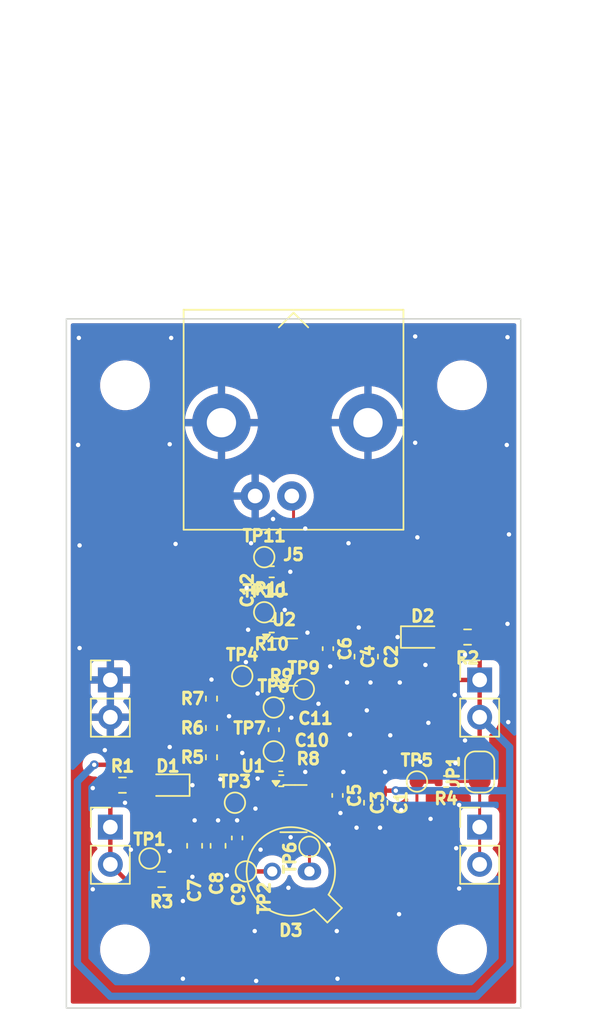
<source format=kicad_pcb>
(kicad_pcb (version 20241229) (generator "pcbnew") (generator_version "9.0")
  (layers (0 "F.Cu" signal) (2 "B.Cu" signal) (5 "F.SilkS" user "F.Silkscreen") (7 "B.SilkS" user "B.Silkscreen") (1 "F.Mask" user) (3 "B.Mask" user) (25 "Edge.Cuts" user))
  (property "Company" "Quasi Peak")
  (property "Date End" "29-04-2025")
  (property "Date Start" "26-04-2025")
  (property "Document Status" "Released")
  (property "Email" "patryk58111@gmail.com")
  (property "Engineer" "Patryk Rzońca")
  (property "Phone Number" "+48 731 375 090")
  (property "Project Complete" "100%")
  (property "Project Description" "Odbiornik który ma za zadanie obdierać sygnały optyczne przy pomocy diody Si PIN")
  (property "Project Reason" "Education/Testing")
  (property "Project Revision" "0.0.0")
  (property "Project Title" "OOS - optyczny odbiornik sygnalow")
  (net 0 "")
  (net 1 "/OPA300_TIA_Out")
  (net 2 "/OPA300_TIA_-")
  (net 3 "/BPX65_Cathode")
  (net 4 "0V")
  (net 5 "/OPA300_TIA_Out_AC")
  (net 6 "/OPA300_x10_Out_AC")
  (net 7 "/OPA300_x10_Out")
  (net 8 "+5V")
  (net 9 "+V_photo")
  (net 10 "/OPA300_En_Alt_Con")
  (net 11 "/OPA300_TIA_+")
  (net 12 "/OPA300_x10_+")
  (net 13 "/OPA300_x10_-")
  (net 14 "/OPA300_En")
  (net 15 "Net-(D1-A)")
  (net 16 "Net-(D2-A)")
  (footprint "TestPoint:TestPoint_Pad_D1.0mm" (layer "F.Cu") (at 196.84 103.93)
    (property "Reference" "TP5" (at 0 -1.448 0) (layer "F.SilkS") (effects (font (size 0.8 0.8) (thickness 1))))
    (property "Value" "TestPoint_Small")
    (fp_circle (center 0 0) (end 0 0.7) (stroke (width 0.12)) (fill no) (layer "F.SilkS"))
    (pad "1" smd circle (at 0 0) (size 1 1) (layers "F.Cu" "F.Mask") (net 14 "/OPA300_En"))
  )
  (footprint "Connector_PinHeader_2.54mm:PinHeader_1x02_P2.54mm_Vertical" (layer "F.Cu") (at 201.12 97.005)
    (property "Reference" "J2" (hide yes))
    (property "Value" "Conn_01x02_Socket")
    (fp_line (start -1.33 -1.33) (end 0 -1.33) (stroke (width 0.12)) (layer "F.SilkS"))
    (fp_line (start -1.33 0) (end -1.33 -1.33) (stroke (width 0.12)) (layer "F.SilkS"))
    (fp_line (start -1.33 1.27) (end -1.33 3.87) (stroke (width 0.12)) (layer "F.SilkS"))
    (fp_line (start -1.33 1.27) (end 1.33 1.27) (stroke (width 0.12)) (layer "F.SilkS"))
    (fp_line (start -1.33 3.87) (end 1.33 3.87) (stroke (width 0.12)) (layer "F.SilkS"))
    (fp_line (start 1.33 1.27) (end 1.33 3.87) (stroke (width 0.12)) (layer "F.SilkS"))
    (pad "1" thru_hole rect (at 0 0) (size 1.7 1.7) (drill 1) (layers "*.Cu" "*.Mask") (net 8 "+5V"))
    (pad "2" thru_hole oval (at 0 2.54) (size 1.7 1.7) (drill 1) (layers "*.Cu" "*.Mask") (net 8 "+5V"))
  )
  (footprint "Resistor_SMD:R_0402_1005Metric" (layer "F.Cu") (at 186.93 93.39 180)
    (property "Reference" "R10" (at 0 -1.17 0) (layer "F.SilkS") (effects (font (size 0.8 0.8) (thickness 1))))
    (property "Value" "1k")
    (fp_line (start -0.153641 0.38) (end 0.153641 0.38) (stroke (width 0.12)) (layer "F.SilkS"))
    (fp_line (start -0.153641 -0.38) (end 0.153641 -0.38) (stroke (width 0.12)) (layer "F.SilkS"))
    (pad "1" smd roundrect (at -0.51 0 180) (size 0.54 0.64) (layers "F.Cu" "F.Mask" "F.Paste") (net 13 "/OPA300_x10_-"))
    (pad "2" smd roundrect (at 0.51 0 180) (size 0.54 0.64) (layers "F.Cu" "F.Mask" "F.Paste") (net 7 "/OPA300_x10_Out"))
  )
  (footprint "Package_TO_SOT_SMD:SOT-23-6_Handsoldering" (layer "F.Cu") (at 188.42 105.78)
    (property "Reference" "U1" (at -2.75 -2.9 0) (layer "F.SilkS") (effects (font (size 0.8 0.8) (thickness 1))))
    (property "Value" "OPA300AIDBVR")
    (fp_line (start -0.9 1.61) (end 0.9 1.61) (stroke (width 0.12)) (layer "F.SilkS"))
    (fp_line (start 0.1 -1.61) (end -0.7 -1.61) (stroke (width 0.12)) (layer "F.SilkS"))
    (fp_line (start 0.1 -1.61) (end 0.9 -1.61) (stroke (width 0.12)) (layer "F.SilkS"))
    (fp_poly (pts (xy -1.2 -1.56) (xy -1.44 -1.89) (xy -0.96 -1.89) (xy -1.2 -1.56)) (stroke (width 0.12)) (fill yes) (layer "F.SilkS"))
    (pad "1" smd roundrect (at -1.35 -0.95) (size 1.56 0.65) (layers "F.Cu" "F.Mask" "F.Paste") (net 1 "/OPA300_TIA_Out"))
    (pad "2" smd roundrect (at -1.35 0) (size 1.56 0.65) (layers "F.Cu" "F.Mask" "F.Paste") (net 4 "0V"))
    (pad "3" smd roundrect (at -1.35 0.95) (size 1.56 0.65) (layers "F.Cu" "F.Mask" "F.Paste") (net 11 "/OPA300_TIA_+"))
    (pad "4" smd roundrect (at 1.35 0.95) (size 1.56 0.65) (layers "F.Cu" "F.Mask" "F.Paste") (net 2 "/OPA300_TIA_-"))
    (pad "5" smd roundrect (at 1.35 0) (size 1.56 0.65) (layers "F.Cu" "F.Mask" "F.Paste") (net 14 "/OPA300_En"))
    (pad "6" smd roundrect (at 1.35 -0.95) (size 1.56 0.65) (layers "F.Cu" "F.Mask" "F.Paste") (net 8 "+5V"))
  )
  (footprint "Capacitor_SMD:C_0603_1608Metric" (layer "F.Cu") (at 192.07 95.415 -90)
    (property "Reference" "C4" (at 0 -1.43 270) (layer "F.SilkS") (effects (font (size 0.8 0.8) (thickness 1))))
    (property "Value" "100n")
    (fp_line (start -0.14058 0.51) (end 0.14058 0.51) (stroke (width 0.12)) (layer "F.SilkS"))
    (fp_line (start -0.14058 -0.51) (end 0.14058 -0.51) (stroke (width 0.12)) (layer "F.SilkS"))
    (pad "1" smd roundrect (at -0.775 0 270) (size 0.9 0.95) (layers "F.Cu" "F.Mask" "F.Paste") (net 8 "+5V"))
    (pad "2" smd roundrect (at 0.775 0 270) (size 0.9 0.95) (layers "F.Cu" "F.Mask" "F.Paste") (net 4 "0V"))
  )
  (footprint "TestPoint:TestPoint_Pad_D1.0mm" (layer "F.Cu") (at 189.12 97.64)
    (property "Reference" "TP9" (at 0 -1.448 0) (layer "F.SilkS") (effects (font (size 0.8 0.8) (thickness 1))))
    (property "Value" "TestPoint_Small")
    (fp_circle (center 0 0) (end 0 0.7) (stroke (width 0.12)) (fill no) (layer "F.SilkS"))
    (pad "1" smd circle (at 0 0) (size 1 1) (layers "F.Cu" "F.Mask") (net 13 "/OPA300_x10_-"))
  )
  (footprint "Resistor_SMD:R_0402_1005Metric" (layer "F.Cu") (at 182.82 98.28 90)
    (property "Reference" "R7" (at 0 -1.3 180) (layer "F.SilkS") (effects (font (size 0.8 0.8) (thickness 1))))
    (property "Value" "10k")
    (fp_line (start -0.153641 -0.38) (end 0.153641 -0.38) (stroke (width 0.12)) (layer "F.SilkS"))
    (fp_line (start -0.153641 0.38) (end 0.153641 0.38) (stroke (width 0.12)) (layer "F.SilkS"))
    (pad "1" smd roundrect (at -0.51 0 90) (size 0.54 0.64) (layers "F.Cu" "F.Mask" "F.Paste") (net 12 "/OPA300_x10_+"))
    (pad "2" smd roundrect (at 0.51 0 90) (size 0.54 0.64) (layers "F.Cu" "F.Mask" "F.Paste") (net 4 "0V"))
  )
  (footprint "Connector_PinHeader_2.54mm:PinHeader_1x02_P2.54mm_Vertical" (layer "F.Cu") (at 175.92 107.04)
    (property "Reference" "J1" (hide yes))
    (property "Value" "Conn_01x02_Socket")
    (fp_line (start -1.33 -1.33) (end 0 -1.33) (stroke (width 0.12)) (layer "F.SilkS"))
    (fp_line (start -1.33 0) (end -1.33 -1.33) (stroke (width 0.12)) (layer "F.SilkS"))
    (fp_line (start -1.33 1.27) (end -1.33 3.87) (stroke (width 0.12)) (layer "F.SilkS"))
    (fp_line (start -1.33 1.27) (end 1.33 1.27) (stroke (width 0.12)) (layer "F.SilkS"))
    (fp_line (start -1.33 3.87) (end 1.33 3.87) (stroke (width 0.12)) (layer "F.SilkS"))
    (fp_line (start 1.33 1.27) (end 1.33 3.87) (stroke (width 0.12)) (layer "F.SilkS"))
    (pad "1" thru_hole rect (at 0 0) (size 1.7 1.7) (drill 1) (layers "*.Cu" "*.Mask") (net 9 "+V_photo"))
    (pad "2" thru_hole oval (at 0 2.54) (size 1.7 1.7) (drill 1) (layers "*.Cu" "*.Mask") (net 9 "+V_photo"))
  )
  (footprint "TestPoint:TestPoint_Pad_D1.0mm" (layer "F.Cu") (at 189.505276 108.38)
    (property "Reference" "TP6" (at -1.335276 0.75 90) (layer "F.SilkS") (effects (font (size 0.8 0.8) (thickness 1))))
    (property "Value" "TestPoint_Small")
    (fp_circle (center 0 0) (end 0 0.7) (stroke (width 0.12)) (fill no) (layer "F.SilkS"))
    (pad "1" smd circle (at 0 0) (size 1 1) (layers "F.Cu" "F.Mask") (net 2 "/OPA300_TIA_-"))
  )
  (footprint "Connector_PinHeader_2.54mm:PinHeader_1x02_P2.54mm_Vertical" (layer "F.Cu") (at 175.92 97.005)
    (property "Reference" "J3" (hide yes))
    (property "Value" "Conn_01x02_Socket")
    (fp_line (start -1.33 -1.33) (end 0 -1.33) (stroke (width 0.12)) (layer "F.SilkS"))
    (fp_line (start -1.33 0) (end -1.33 -1.33) (stroke (width 0.12)) (layer "F.SilkS"))
    (fp_line (start -1.33 1.27) (end -1.33 3.87) (stroke (width 0.12)) (layer "F.SilkS"))
    (fp_line (start -1.33 1.27) (end 1.33 1.27) (stroke (width 0.12)) (layer "F.SilkS"))
    (fp_line (start -1.33 3.87) (end 1.33 3.87) (stroke (width 0.12)) (layer "F.SilkS"))
    (fp_line (start 1.33 1.27) (end 1.33 3.87) (stroke (width 0.12)) (layer "F.SilkS"))
    (pad "1" thru_hole rect (at 0 0) (size 1.7 1.7) (drill 1) (layers "*.Cu" "*.Mask") (net 4 "0V"))
    (pad "2" thru_hole oval (at 0 2.54) (size 1.7 1.7) (drill 1) (layers "*.Cu" "*.Mask") (net 4 "0V"))
  )
  (footprint "TestPoint:TestPoint_Pad_D1.0mm" (layer "F.Cu") (at 184.42 105.38)
    (property "Reference" "TP3" (at 0 -1.448 0) (layer "F.SilkS") (effects (font (size 0.8 0.8) (thickness 1))))
    (property "Value" "TestPoint_Small")
    (fp_circle (center 0 0) (end 0 0.7) (stroke (width 0.12)) (fill no) (layer "F.SilkS"))
    (pad "1" smd circle (at 0 0) (size 1 1) (layers "F.Cu" "F.Mask") (net 11 "/OPA300_TIA_+"))
  )
  (footprint "Package_TO_SOT_THT:TO-18-2_Lens" (layer "F.Cu") (at 189.505276 110.064724 180)
    (property "Reference" "D3" (at 1.27 -4.02 0) (layer "F.SilkS") (effects (font (size 0.8 0.8) (thickness 1))))
    (property "Value" "BPX65")
    (fp_line (start -0.312331 -2.572281) (end -1.224499 -3.484448) (stroke (width 0.12)) (layer "F.SilkS"))
    (fp_line (start -1.224499 -3.484448) (end -2.214448 -2.494499) (stroke (width 0.12)) (layer "F.SilkS"))
    (fp_line (start -2.214448 -2.494499) (end -1.302281 -1.582331) (stroke (width 0.12)) (layer "F.SilkS"))
    (fp_arc (start -0.312331 -2.572281) (mid 3.405462 2.135462) (end -1.302281 -1.582331) (stroke (width 0.12)) (layer "F.SilkS"))
    (pad "1" thru_hole oval (at 0 0 180) (size 1.6 1.2) (drill 0.7) (layers "*.Cu" "*.Mask") (net 2 "/OPA300_TIA_-"))
    (pad "2" thru_hole circle (at 2.54 0 180) (size 1.2 1.2) (drill 0.7) (layers "*.Cu" "*.Mask") (net 3 "/BPX65_Cathode"))
  )
  (footprint "Jumper:SolderJumper-2_P1.3mm_Bridged_RoundedPad1.0x1.5mm" (layer "F.Cu") (at 201.12 103.28 90)
    (property "Reference" "JP1" (at 0 -1.8 90) (layer "F.SilkS") (effects (font (size 0.8 0.8) (thickness 1))))
    (property "Value" "SolderJumper_2_Open")
    (fp_poly (pts (xy 0.25 -0.3) (xy -0.25 -0.3) (xy -0.25 0.3) (xy 0.25 0.3)) (fill yes) (layer "F.Cu"))
    (fp_line (start -0.7 -1) (end 0.7 -1) (stroke (width 0.12)) (layer "F.SilkS"))
    (fp_line (start 1.4 -0.3) (end 1.4 0.3) (stroke (width 0.12)) (layer "F.SilkS"))
    (fp_line (start -1.4 0.3) (end -1.4 -0.3) (stroke (width 0.12)) (layer "F.SilkS"))
    (fp_line (start 0.7 1) (end -0.7 1) (stroke (width 0.12)) (layer "F.SilkS"))
    (fp_arc (start 0.7 -1) (mid 1.194975 -0.794975) (end 1.4 -0.3) (stroke (width 0.12)) (layer "F.SilkS"))
    (fp_arc (start -1.4 -0.3) (mid -1.194975 -0.794975) (end -0.7 -1) (stroke (width 0.12)) (layer "F.SilkS"))
    (fp_arc (start 1.4 0.3) (mid 1.194975 0.794975) (end 0.7 1) (stroke (width 0.12)) (layer "F.SilkS"))
    (fp_arc (start -0.7 1) (mid -1.194975 0.794975) (end -1.4 0.3) (stroke (width 0.12)) (layer "F.SilkS"))
    (pad "1" smd custom (at -0.65 0 90) (size 1 0.5) (layers "F.Cu" "F.Mask") (net 10 "/OPA300_En_Alt_Con") (options (clearance outline) (anchor rect)) (primitives (gr_circle (center 0 0.25) (end 0.5 0.25) (width 0) (fill yes)) (gr_circle (center 0 -0.25) (end 0.5 -0.25) (width 0) (fill yes)) (gr_poly (pts (xy 0.5 0.75) (xy 0 0.75) (xy 0 -0.75) (xy 0.5 -0.75)) (width 0) (fill yes))))
    (pad "2" smd custom (at 0.65 0 90) (size 1 0.5) (layers "F.Cu" "F.Mask") (net 8 "+5V") (options (clearance outline) (anchor rect)) (primitives (gr_circle (center 0 0.25) (end 0.5 0.25) (width 0) (fill yes)) (gr_circle (center 0 -0.25) (end 0.5 -0.25) (width 0) (fill yes)) (gr_poly (pts (xy 0 0.75) (xy -0.5 0.75) (xy -0.5 -0.75) (xy 0 -0.75)) (width 0) (fill yes))))
  )
  (footprint "TestPoint:TestPoint_Pad_D1.0mm" (layer "F.Cu") (at 185.17 110.064724)
    (property "Reference" "TP2" (at 1.25 1.815276 90) (layer "F.SilkS") (effects (font (size 0.8 0.8) (thickness 1))))
    (property "Value" "TestPoint_Small")
    (fp_circle (center 0 0) (end 0 0.7) (stroke (width 0.12)) (fill no) (layer "F.SilkS"))
    (pad "1" smd circle (at 0 0) (size 1 1) (layers "F.Cu" "F.Mask") (net 3 "/BPX65_Cathode"))
  )
  (footprint "Connector_Coaxial:BNC_Amphenol_B6252HB-NPP3G-50_Horizontal" (layer "F.Cu") (at 188.42 84.46)
    (property "Reference" "J5" (at 0 4 0) (layer "F.SilkS") (effects (font (size 0.8 0.8) (thickness 0.2))))
    (property "Value" "Conn_Coaxial")
    (fp_line (start -7.5 -12.7) (end 7.5 -12.7) (stroke (width 0.12)) (layer "F.SilkS"))
    (fp_line (start -7.5 2.3) (end -7.5 -12.7) (stroke (width 0.12)) (layer "F.SilkS"))
    (fp_line (start 0 -12.5) (end -1 -11.5) (stroke (width 0.12)) (layer "F.SilkS"))
    (fp_line (start 0 -12.5) (end 1 -11.5) (stroke (width 0.12)) (layer "F.SilkS"))
    (fp_line (start 7.5 -12.7) (end 7.5 2.3) (stroke (width 0.12)) (layer "F.SilkS"))
    (fp_line (start 7.5 2.3) (end -7.5 2.3) (stroke (width 0.12)) (layer "F.SilkS"))
    (pad "1" thru_hole oval (at -0.12 0) (size 2 2) (drill 1) (layers "*.Cu" "*.Mask") (net 6 "/OPA300_x10_Out_AC"))
    (pad "2" thru_hole oval (at -4.92 -5) (size 4 4) (drill 2) (layers "*.Cu" "*.Mask") (net 4 "0V"))
    (pad "2" thru_hole oval (at -2.62 0) (size 2 2) (drill 1) (layers "*.Cu" "*.Mask") (net 4 "0V"))
    (pad "2" thru_hole oval (at 5.08 -5) (size 4 4) (drill 2) (layers "*.Cu" "*.Mask") (net 4 "0V"))
  )
  (footprint "Resistor_SMD:R_0402_1005Metric" (layer "F.Cu") (at 186.93 89.63 180)
    (property "Reference" "R11" (at 0 -1.17 0) (layer "F.SilkS") (effects (font (size 0.8 0.8) (thickness 1))))
    (property "Value" "1k")
    (fp_line (start -0.153641 0.38) (end 0.153641 0.38) (stroke (width 0.12)) (layer "F.SilkS"))
    (fp_line (start -0.153641 -0.38) (end 0.153641 -0.38) (stroke (width 0.12)) (layer "F.SilkS"))
    (pad "1" smd roundrect (at -0.51 0 180) (size 0.54 0.64) (layers "F.Cu" "F.Mask" "F.Paste") (net 4 "0V"))
    (pad "2" smd roundrect (at 0.51 0 180) (size 0.54 0.64) (layers "F.Cu" "F.Mask" "F.Paste") (net 6 "/OPA300_x10_Out_AC"))
  )
  (footprint "Resistor_SMD:R_0402_1005Metric" (layer "F.Cu") (at 187.58 97.89)
    (property "Reference" "R9" (at 0 -1.17 0) (layer "F.SilkS") (effects (font (size 0.8 0.8) (thickness 1))))
    (property "Value" "100")
    (fp_line (start -0.153641 -0.38) (end 0.153641 -0.38) (stroke (width 0.12)) (layer "F.SilkS"))
    (fp_line (start -0.153641 0.38) (end 0.153641 0.38) (stroke (width 0.12)) (layer "F.SilkS"))
    (pad "1" smd roundrect (at -0.51 0) (size 0.54 0.64) (layers "F.Cu" "F.Mask" "F.Paste") (net 5 "/OPA300_TIA_Out_AC"))
    (pad "2" smd roundrect (at 0.51 0) (size 0.54 0.64) (layers "F.Cu" "F.Mask" "F.Paste") (net 13 "/OPA300_x10_-"))
  )
  (footprint "MountingHole:MountingHole_3.2mm_M3" (layer "F.Cu") (at 199.92 76.91)
    (property "Reference" "H2" (hide yes))
    (property "Value" "MountingHole")
    (pad "" np_thru_hole circle (at 0 0) (size 3.2 3.2) (drill 3.2) (layers "*.Cu" "*.Mask"))
  )
  (footprint "Capacitor_SMD:C_0402_1005Metric" (layer "F.Cu") (at 184.57 107.78 90)
    (property "Reference" "C9" (at -3.85 0.1 90) (layer "F.SilkS") (effects (font (size 0.8 0.8) (thickness 1))))
    (property "Value" "10n")
    (fp_line (start -0.107836 -0.36) (end 0.107836 -0.36) (stroke (width 0.12)) (layer "F.SilkS"))
    (fp_line (start -0.107836 0.36) (end 0.107836 0.36) (stroke (width 0.12)) (layer "F.SilkS"))
    (pad "1" smd roundrect (at -0.48 0 90) (size 0.56 0.62) (layers "F.Cu" "F.Mask" "F.Paste") (net 3 "/BPX65_Cathode"))
    (pad "2" smd roundrect (at 0.48 0 90) (size 0.56 0.62) (layers "F.Cu" "F.Mask" "F.Paste") (net 4 "0V"))
  )
  (footprint "Diode_SMD:D_0603_1608Metric" (layer "F.Cu") (at 179.845 104.18 180)
    (property "Reference" "D1" (at 0 1.3 0) (layer "F.SilkS") (effects (font (size 0.8 0.8) (thickness 1))))
    (property "Value" "LED")
    (fp_line (start 0.8 -0.735) (end -1.485 -0.735) (stroke (width 0.12)) (layer "F.SilkS"))
    (fp_line (start -1.485 0.735) (end 0.8 0.735) (stroke (width 0.12)) (layer "F.SilkS"))
    (fp_line (start -1.485 -0.735) (end -1.485 0.735) (stroke (width 0.12)) (layer "F.SilkS"))
    (pad "1" smd roundrect (at -0.7875 0 180) (size 0.875 0.95) (layers "F.Cu" "F.Mask" "F.Paste") (net 4 "0V"))
    (pad "2" smd roundrect (at 0.7875 0 180) (size 0.875 0.95) (layers "F.Cu" "F.Mask" "F.Paste") (net 15 "Net-(D1-A)"))
  )
  (footprint "TestPoint:TestPoint_Pad_D1.0mm" (layer "F.Cu") (at 186.42 92.39)
    (property "Reference" "TP10" (at 0 -1.448 0) (layer "F.SilkS") (effects (font (size 0.8 0.8) (thickness 1))))
    (property "Value" "TestPoint_Small")
    (fp_circle (center 0 0) (end 0 0.7) (stroke (width 0.12)) (fill no) (layer "F.SilkS"))
    (pad "1" smd circle (at 0 0) (size 1 1) (layers "F.Cu" "F.Mask") (net 7 "/OPA300_x10_Out"))
  )
  (footprint "Capacitor_SMD:C_0603_1608Metric" (layer "F.Cu") (at 194.32 105.38 -90)
    (property "Reference" "C1" (at 0 -1.43 270) (layer "F.SilkS") (effects (font (size 0.8 0.8) (thickness 1))))
    (property "Value" "1u")
    (fp_line (start -0.14058 0.51) (end 0.14058 0.51) (stroke (width 0.12)) (layer "F.SilkS"))
    (fp_line (start -0.14058 -0.51) (end 0.14058 -0.51) (stroke (width 0.12)) (layer "F.SilkS"))
    (pad "1" smd roundrect (at -0.775 0 270) (size 0.9 0.95) (layers "F.Cu" "F.Mask" "F.Paste") (net 8 "+5V"))
    (pad "2" smd roundrect (at 0.775 0 270) (size 0.9 0.95) (layers "F.Cu" "F.Mask" "F.Paste") (net 4 "0V"))
  )
  (footprint "TestPoint:TestPoint_Pad_D1.0mm" (layer "F.Cu") (at 184.92 96.74)
    (property "Reference" "TP4" (at 0 -1.448 0) (layer "F.SilkS") (effects (font (size 0.8 0.8) (thickness 1))))
    (property "Value" "TestPoint_Small")
    (fp_circle (center 0 0) (end 0 0.7) (stroke (width 0.12)) (fill no) (layer "F.SilkS"))
    (pad "1" smd circle (at 0 0) (size 1 1) (layers "F.Cu" "F.Mask") (net 12 "/OPA300_x10_+"))
  )
  (footprint "Fiducial:Fiducial_1.5mm_Mask3mm" (layer "F.Cu") (at 176.92 82.91)
    (property "Reference" "FID3" (hide yes))
    (property "Value" "Fiducial")
    (pad "" smd circle (at 0 0) (size 1.5 1.5) (layers "F.Cu" "F.Mask") (clearance 0.75))
  )
  (footprint "Capacitor_SMD:C_0603_1608Metric" (layer "F.Cu") (at 183.27 108.315 90)
    (property "Reference" "C8" (at -2.565 -0.1 90) (layer "F.SilkS") (effects (font (size 0.8 0.8) (thickness 1))))
    (property "Value" "100n")
    (fp_line (start -0.14058 -0.51) (end 0.14058 -0.51) (stroke (width 0.12)) (layer "F.SilkS"))
    (fp_line (start -0.14058 0.51) (end 0.14058 0.51) (stroke (width 0.12)) (layer "F.SilkS"))
    (pad "1" smd roundrect (at -0.775 0 90) (size 0.9 0.95) (layers "F.Cu" "F.Mask" "F.Paste") (net 3 "/BPX65_Cathode"))
    (pad "2" smd roundrect (at 0.775 0 90) (size 0.9 0.95) (layers "F.Cu" "F.Mask" "F.Paste") (net 4 "0V"))
  )
  (footprint "Fiducial:Fiducial_1.5mm_Mask3mm" (layer "F.Cu") (at 199.92 82.91)
    (property "Reference" "FID2" (hide yes))
    (property "Value" "Fiducial")
    (pad "" smd circle (at 0 0) (size 1.5 1.5) (layers "F.Cu" "F.Mask") (clearance 0.75))
  )
  (footprint "Capacitor_SMD:C_0603_1608Metric" (layer "F.Cu") (at 193.67 95.415 -90)
    (property "Reference" "C2" (at 0 -1.43 270) (layer "F.SilkS") (effects (font (size 0.8 0.8) (thickness 1))))
    (property "Value" "1u")
    (fp_line (start -0.14058 0.51) (end 0.14058 0.51) (stroke (width 0.12)) (layer "F.SilkS"))
    (fp_line (start -0.14058 -0.51) (end 0.14058 -0.51) (stroke (width 0.12)) (layer "F.SilkS"))
    (pad "1" smd roundrect (at -0.775 0 270) (size 0.9 0.95) (layers "F.Cu" "F.Mask" "F.Paste") (net 8 "+5V"))
    (pad "2" smd roundrect (at 0.775 0 270) (size 0.9 0.95) (layers "F.Cu" "F.Mask" "F.Paste") (net 4 "0V"))
  )
  (footprint "MountingHole:MountingHole_3.2mm_M3" (layer "F.Cu") (at 176.92 115.38)
    (property "Reference" "H4" (hide yes))
    (property "Value" "MountingHole")
    (pad "" np_thru_hole circle (at 0 0) (size 3.2 3.2) (drill 3.2) (layers "*.Cu" "*.Mask"))
  )
  (footprint "Diode_SMD:D_0603_1608Metric" (layer "F.Cu") (at 197.2325 94.08)
    (property "Reference" "D2" (at 0 -1.43 0) (layer "F.SilkS") (effects (font (size 0.8 0.8) (thickness 1))))
    (property "Value" "LED")
    (fp_line (start -1.485 -0.735) (end -1.485 0.735) (stroke (width 0.12)) (layer "F.SilkS"))
    (fp_line (start -1.485 0.735) (end 0.8 0.735) (stroke (width 0.12)) (layer "F.SilkS"))
    (fp_line (start 0.8 -0.735) (end -1.485 -0.735) (stroke (width 0.12)) (layer "F.SilkS"))
    (pad "1" smd roundrect (at -0.7875 0) (size 0.875 0.95) (layers "F.Cu" "F.Mask" "F.Paste") (net 4 "0V"))
    (pad "2" smd roundrect (at 0.7875 0) (size 0.875 0.95) (layers "F.Cu" "F.Mask" "F.Paste") (net 16 "Net-(D2-A)"))
  )
  (footprint "TestPoint:TestPoint_Pad_D1.0mm" (layer "F.Cu") (at 187.07 101.88)
    (property "Reference" "TP7" (at -1.65 -1.587836 0) (layer "F.SilkS") (effects (font (size 0.8 0.8) (thickness 1))))
    (property "Value" "TestPoint_Small")
    (fp_circle (center 0 0) (end 0 0.7) (stroke (width 0.12)) (fill no) (layer "F.SilkS"))
    (pad "1" smd circle (at 0 0) (size 1 1) (layers "F.Cu" "F.Mask") (net 1 "/OPA300_TIA_Out"))
  )
  (footprint "Capacitor_SMD:C_0402_1005Metric" (layer "F.Cu") (at 187.07 100.4 90)
    (property "Reference" "C11" (at 0.77 2.85 180) (layer "F.SilkS") (effects (font (size 0.8 0.8) (thickness 1))))
    (property "Value" "100p")
    (fp_line (start -0.107836 -0.36) (end 0.107836 -0.36) (stroke (width 0.12)) (layer "F.SilkS"))
    (fp_line (start -0.107836 0.36) (end 0.107836 0.36) (stroke (width 0.12)) (layer "F.SilkS"))
    (pad "1" smd roundrect (at -0.48 0 90) (size 0.56 0.62) (layers "F.Cu" "F.Mask" "F.Paste") (net 1 "/OPA300_TIA_Out"))
    (pad "2" smd roundrect (at 0.48 0 90) (size 0.56 0.62) (layers "F.Cu" "F.Mask" "F.Paste") (net 5 "/OPA300_TIA_Out_AC"))
  )
  (footprint "Capacitor_SMD:C_0402_1005Metric" (layer "F.Cu") (at 191.42 104.88 -90)
    (property "Reference" "C5" (at 0 -1.16 90) (layer "F.SilkS") (effects (font (size 0.8 0.8) (thickness 1))))
    (property "Value" "10n")
    (fp_line (start -0.107836 0.36) (end 0.107836 0.36) (stroke (width 0.12)) (layer "F.SilkS"))
    (fp_line (start -0.107836 -0.36) (end 0.107836 -0.36) (stroke (width 0.12)) (layer "F.SilkS"))
    (pad "1" smd roundrect (at -0.48 0 270) (size 0.56 0.62) (layers "F.Cu" "F.Mask" "F.Paste") (net 8 "+5V"))
    (pad "2" smd roundrect (at 0.48 0 270) (size 0.56 0.62) (layers "F.Cu" "F.Mask" "F.Paste") (net 4 "0V"))
  )
  (footprint "Resistor_SMD:R_0402_1005Metric" (layer "F.Cu") (at 182.82 100.28 90)
    (property "Reference" "R6" (at 0 -1.3 180) (layer "F.SilkS") (effects (font (size 0.8 0.8) (thickness 1))))
    (property "Value" "10k")
    (fp_line (start -0.153641 -0.38) (end 0.153641 -0.38) (stroke (width 0.12)) (layer "F.SilkS"))
    (fp_line (start -0.153641 0.38) (end 0.153641 0.38) (stroke (width 0.12)) (layer "F.SilkS"))
    (pad "1" smd roundrect (at -0.51 0 90) (size 0.54 0.64) (layers "F.Cu" "F.Mask" "F.Paste") (net 11 "/OPA300_TIA_+"))
    (pad "2" smd roundrect (at 0.51 0 90) (size 0.54 0.64) (layers "F.Cu" "F.Mask" "F.Paste") (net 12 "/OPA300_x10_+"))
  )
  (footprint "Connector_PinHeader_2.54mm:PinHeader_1x02_P2.54mm_Vertical" (layer "F.Cu") (at 201.12 107.04)
    (property "Reference" "J4" (hide yes))
    (property "Value" "Conn_01x02_Socket")
    (fp_line (start -1.33 -1.33) (end 0 -1.33) (stroke (width 0.12)) (layer "F.SilkS"))
    (fp_line (start -1.33 0) (end -1.33 -1.33) (stroke (width 0.12)) (layer "F.SilkS"))
    (fp_line (start -1.33 1.27) (end -1.33 3.87) (stroke (width 0.12)) (layer "F.SilkS"))
    (fp_line (start -1.33 1.27) (end 1.33 1.27) (stroke (width 0.12)) (layer "F.SilkS"))
    (fp_line (start -1.33 3.87) (end 1.33 3.87) (stroke (width 0.12)) (layer "F.SilkS"))
    (fp_line (start 1.33 1.27) (end 1.33 3.87) (stroke (width 0.12)) (layer "F.SilkS"))
    (pad "1" thru_hole rect (at 0 0) (size 1.7 1.7) (drill 1) (layers "*.Cu" "*.Mask") (net 10 "/OPA300_En_Alt_Con"))
    (pad "2" thru_hole oval (at 0 2.54) (size 1.7 1.7) (drill 1) (layers "*.Cu" "*.Mask") (net 10 "/OPA300_En_Alt_Con"))
  )
  (footprint "Capacitor_SMD:C_0402_1005Metric" (layer "F.Cu") (at 187.55 102.88 180)
    (property "Reference" "C10" (at -2.12 1.75 0) (layer "F.SilkS") (effects (font (size 0.8 0.8) (thickness 1))))
    (property "Value" "1p")
    (fp_line (start -0.107836 0.36) (end 0.107836 0.36) (stroke (width 0.12)) (layer "F.SilkS"))
    (fp_line (start -0.107836 -0.36) (end 0.107836 -0.36) (stroke (width 0.12)) (layer "F.SilkS"))
    (pad "1" smd roundrect (at -0.48 0 180) (size 0.56 0.62) (layers "F.Cu" "F.Mask" "F.Paste") (net 2 "/OPA300_TIA_-"))
    (pad "2" smd roundrect (at 0.48 0 180) (size 0.56 0.62) (layers "F.Cu" "F.Mask" "F.Paste") (net 1 "/OPA300_TIA_Out"))
  )
  (footprint "Resistor_SMD:R_0402_1005Metric" (layer "F.Cu") (at 182.82 102.28 90)
    (property "Reference" "R5" (at 0 -1.3 180) (layer "F.SilkS") (effects (font (size 0.8 0.8) (thickness 1))))
    (property "Value" "10k")
    (fp_line (start -0.153641 -0.38) (end 0.153641 -0.38) (stroke (width 0.12)) (layer "F.SilkS"))
    (fp_line (start -0.153641 0.38) (end 0.153641 0.38) (stroke (width 0.12)) (layer "F.SilkS"))
    (pad "1" smd roundrect (at -0.51 0 90) (size 0.54 0.64) (layers "F.Cu" "F.Mask" "F.Paste") (net 8 "+5V"))
    (pad "2" smd roundrect (at 0.51 0 90) (size 0.54 0.64) (layers "F.Cu" "F.Mask" "F.Paste") (net 11 "/OPA300_TIA_+"))
  )
  (footprint "Capacitor_SMD:C_0402_1005Metric" (layer "F.Cu") (at 190.77 94.87 -90)
    (property "Reference" "C6" (at 0 -1.16 90) (layer "F.SilkS") (effects (font (size 0.8 0.8) (thickness 1))))
    (property "Value" "10n")
    (fp_line (start -0.107836 0.36) (end 0.107836 0.36) (stroke (width 0.12)) (layer "F.SilkS"))
    (fp_line (start -0.107836 -0.36) (end 0.107836 -0.36) (stroke (width 0.12)) (layer "F.SilkS"))
    (pad "1" smd roundrect (at -0.48 0 270) (size 0.56 0.62) (layers "F.Cu" "F.Mask" "F.Paste") (net 8 "+5V"))
    (pad "2" smd roundrect (at 0.48 0 270) (size 0.56 0.62) (layers "F.Cu" "F.Mask" "F.Paste") (net 4 "0V"))
  )
  (footprint "Resistor_SMD:R_0402_1005Metric" (layer "F.Cu") (at 187.58 103.88 180)
    (property "Reference" "R8" (at -1.84 1.5 0) (layer "F.SilkS") (effects (font (size 0.8 0.8) (thickness 1))))
    (property "Value" "1k")
    (fp_line (start -0.153641 0.38) (end 0.153641 0.38) (stroke (width 0.12)) (layer "F.SilkS"))
    (fp_line (start -0.153641 -0.38) (end 0.153641 -0.38) (stroke (width 0.12)) (layer "F.SilkS"))
    (pad "1" smd roundrect (at -0.51 0 180) (size 0.54 0.64) (layers "F.Cu" "F.Mask" "F.Paste") (net 2 "/OPA300_TIA_-"))
    (pad "2" smd roundrect (at 0.51 0 180) (size 0.54 0.64) (layers "F.Cu" "F.Mask" "F.Paste") (net 1 "/OPA300_TIA_Out"))
  )
  (footprint "Resistor_SMD:R_0603_1608Metric" (layer "F.Cu") (at 176.745 104.18)
    (property "Reference" "R1" (at 0 -1.3 0) (layer "F.SilkS") (effects (font (size 0.8 0.8) (thickness 1))))
    (property "Value" "10k")
    (fp_line (start -0.237258 -0.5225) (end 0.237258 -0.5225) (stroke (width 0.12)) (layer "F.SilkS"))
    (fp_line (start -0.237258 0.5225) (end 0.237258 0.5225) (stroke (width 0.12)) (layer "F.SilkS"))
    (pad "1" smd roundrect (at -0.825 0) (size 0.8 0.95) (layers "F.Cu" "F.Mask" "F.Paste") (net 9 "+V_photo"))
    (pad "2" smd roundrect (at 0.825 0) (size 0.8 0.95) (layers "F.Cu" "F.Mask" "F.Paste") (net 15 "Net-(D1-A)"))
  )
  (footprint "TestPoint:TestPoint_Pad_D1.0mm" (layer "F.Cu") (at 187.07 98.88)
    (property "Reference" "TP8" (at 0 -1.448 0) (layer "F.SilkS") (effects (font (size 0.8 0.8) (thickness 1))))
    (property "Value" "TestPoint_Small")
    (fp_circle (center 0 0) (end 0 0.7) (stroke (width 0.12)) (fill no) (layer "F.SilkS"))
    (pad "1" smd circle (at 0 0) (size 1 1) (layers "F.Cu" "F.Mask") (net 5 "/OPA300_TIA_Out_AC"))
  )
  (footprint "Capacitor_SMD:C_0402_1005Metric" (layer "F.Cu") (at 186.42 90.89 90)
    (property "Reference" "C12" (at 0 -1.16 90) (layer "F.SilkS") (effects (font (size 0.8 0.8) (thickness 1))))
    (property "Value" "1p")
    (fp_line (start -0.107836 -0.36) (end 0.107836 -0.36) (stroke (width 0.12)) (layer "F.SilkS"))
    (fp_line (start -0.107836 0.36) (end 0.107836 0.36) (stroke (width 0.12)) (layer "F.SilkS"))
    (pad "1" smd roundrect (at -0.48 0 90) (size 0.56 0.62) (layers "F.Cu" "F.Mask" "F.Paste") (net 7 "/OPA300_x10_Out"))
    (pad "2" smd roundrect (at 0.48 0 90) (size 0.56 0.62) (layers "F.Cu" "F.Mask" "F.Paste") (net 6 "/OPA300_x10_Out_AC"))
  )
  (footprint "Capacitor_SMD:C_0603_1608Metric" (layer "F.Cu") (at 192.72 105.38 -90)
    (property "Reference" "C3" (at 0 -1.43 270) (layer "F.SilkS") (effects (font (size 0.8 0.8) (thickness 1))))
    (property "Value" "100n")
    (fp_line (start -0.14058 0.51) (end 0.14058 0.51) (stroke (width 0.12)) (layer "F.SilkS"))
    (fp_line (start -0.14058 -0.51) (end 0.14058 -0.51) (stroke (width 0.12)) (layer "F.SilkS"))
    (pad "1" smd roundrect (at -0.775 0 270) (size 0.9 0.95) (layers "F.Cu" "F.Mask" "F.Paste") (net 8 "+5V"))
    (pad "2" smd roundrect (at 0.775 0 270) (size 0.9 0.95) (layers "F.Cu" "F.Mask" "F.Paste") (net 4 "0V"))
  )
  (footprint "Resistor_SMD:R_0603_1608Metric" (layer "F.Cu") (at 179.42 110.615)
    (property "Reference" "R3" (at 0 1.515 0) (layer "F.SilkS") (effects (font (size 0.8 0.8) (thickness 1))))
    (property "Value" "10")
    (fp_line (start -0.237258 -0.5225) (end 0.237258 -0.5225) (stroke (width 0.12)) (layer "F.SilkS"))
    (fp_line (start -0.237258 0.5225) (end 0.237258 0.5225) (stroke (width 0.12)) (layer "F.SilkS"))
    (pad "1" smd roundrect (at -0.825 0) (size 0.8 0.95) (layers "F.Cu" "F.Mask" "F.Paste") (net 9 "+V_photo"))
    (pad "2" smd roundrect (at 0.825 0) (size 0.8 0.95) (layers "F.Cu" "F.Mask" "F.Paste") (net 3 "/BPX65_Cathode"))
  )
  (footprint "TestPoint:TestPoint_Pad_D1.0mm" (layer "F.Cu") (at 178.595 109.18)
    (property "Reference" "TP1" (at 0 -1.3 0) (layer "F.SilkS") (effects (font (size 0.8 0.8) (thickness 1))))
    (property "Value" "TestPoint_Small")
    (fp_circle (center 0 0) (end 0 0.7) (stroke (width 0.12)) (fill no) (layer "F.SilkS"))
    (pad "1" smd circle (at 0 0) (size 1 1) (layers "F.Cu" "F.Mask") (net 9 "+V_photo"))
  )
  (footprint "Package_TO_SOT_SMD:SOT-23-6_Handsoldering" (layer "F.Cu") (at 187.77 95.79)
    (property "Reference" "U2" (at 0 -2.9 0) (layer "F.SilkS") (effects (font (size 0.8 0.8) (thickness 1))))
    (property "Value" "OPA300AIDBVR")
    (fp_line (start -0.9 1.61) (end 0.9 1.61) (stroke (width 0.12)) (layer "F.SilkS"))
    (fp_line (start 0.1 -1.61) (end -0.7 -1.61) (stroke (width 0.12)) (layer "F.SilkS"))
    (fp_line (start 0.1 -1.61) (end 0.9 -1.61) (stroke (width 0.12)) (layer "F.SilkS"))
    (fp_poly (pts (xy -1.2 -1.56) (xy -1.44 -1.89) (xy -0.96 -1.89) (xy -1.2 -1.56)) (stroke (width 0.12)) (fill yes) (layer "F.SilkS"))
    (pad "1" smd roundrect (at -1.35 -0.95) (size 1.56 0.65) (layers "F.Cu" "F.Mask" "F.Paste") (net 7 "/OPA300_x10_Out"))
    (pad "2" smd roundrect (at -1.35 0) (size 1.56 0.65) (layers "F.Cu" "F.Mask" "F.Paste") (net 4 "0V"))
    (pad "3" smd roundrect (at -1.35 0.95) (size 1.56 0.65) (layers "F.Cu" "F.Mask" "F.Paste") (net 12 "/OPA300_x10_+"))
    (pad "4" smd roundrect (at 1.35 0.95) (size 1.56 0.65) (layers "F.Cu" "F.Mask" "F.Paste") (net 13 "/OPA300_x10_-"))
    (pad "5" smd roundrect (at 1.35 0) (size 1.56 0.65) (layers "F.Cu" "F.Mask" "F.Paste") (net 14 "/OPA300_En"))
    (pad "6" smd roundrect (at 1.35 -0.95) (size 1.56 0.65) (layers "F.Cu" "F.Mask" "F.Paste") (net 8 "+5V"))
  )
  (footprint "TestPoint:TestPoint_Pad_D1.0mm" (layer "F.Cu") (at 186.42 88.63)
    (property "Reference" "TP11" (at 0 -1.448 0) (layer "F.SilkS") (effects (font (size 0.8 0.8) (thickness 1))))
    (property "Value" "TestPoint_Small")
    (fp_circle (center 0 0) (end 0 0.7) (stroke (width 0.12)) (fill no) (layer "F.SilkS"))
    (pad "1" smd circle (at 0 0) (size 1 1) (layers "F.Cu" "F.Mask") (net 6 "/OPA300_x10_Out_AC"))
  )
  (footprint "Fiducial:Fiducial_1.5mm_Mask3mm" (layer "F.Cu") (at 193.92 115.38)
    (property "Reference" "FID1" (hide yes))
    (property "Value" "Fiducial")
    (pad "" smd circle (at 0 0) (size 1.5 1.5) (layers "F.Cu" "F.Mask") (clearance 0.75))
  )
  (footprint "MountingHole:MountingHole_3.2mm_M3" (layer "F.Cu") (at 199.92 115.38)
    (property "Reference" "H3" (hide yes))
    (property "Value" "MountingHole")
    (pad "" np_thru_hole circle (at 0 0) (size 3.2 3.2) (drill 3.2) (layers "*.Cu" "*.Mask"))
  )
  (footprint "Resistor_SMD:R_0603_1608Metric" (layer "F.Cu") (at 200.295 94.08 180)
    (property "Reference" "R2" (at 0 -1.43 0) (layer "F.SilkS") (effects (font (size 0.8 0.8) (thickness 1))))
    (property "Value" "2k2")
    (fp_line (start -0.237258 0.5225) (end 0.237258 0.5225) (stroke (width 0.12)) (layer "F.SilkS"))
    (fp_line (start -0.237258 -0.5225) (end 0.237258 -0.5225) (stroke (width 0.12)) (layer "F.SilkS"))
    (pad "1" smd roundrect (at -0.825 0 180) (size 0.8 0.95) (layers "F.Cu" "F.Mask" "F.Paste") (net 8 "+5V"))
    (pad "2" smd roundrect (at 0.825 0 180) (size 0.8 0.95) (layers "F.Cu" "F.Mask" "F.Paste") (net 16 "Net-(D2-A)"))
  )
  (footprint "Capacitor_SMD:C_0603_1608Metric" (layer "F.Cu") (at 181.67 108.315 -90)
    (property "Reference" "C7" (at 3.065 0 90) (layer "F.SilkS") (effects (font (size 0.8 0.8) (thickness 1))))
    (property "Value" "2u2")
    (fp_line (start -0.14058 0.51) (end 0.14058 0.51) (stroke (width 0.12)) (layer "F.SilkS"))
    (fp_line (start -0.14058 -0.51) (end 0.14058 -0.51) (stroke (width 0.12)) (layer "F.SilkS"))
    (pad "1" smd roundrect (at -0.775 0 270) (size 0.9 0.95) (layers "F.Cu" "F.Mask" "F.Paste") (net 4 "0V"))
    (pad "2" smd roundrect (at 0.775 0 270) (size 0.9 0.95) (layers "F.Cu" "F.Mask" "F.Paste") (net 3 "/BPX65_Cathode"))
  )
  (footprint "MountingHole:MountingHole_3.2mm_M3" (layer "F.Cu") (at 176.92 76.91)
    (property "Reference" "H1" (hide yes))
    (property "Value" "MountingHole")
    (pad "" np_thru_hole circle (at 0 0) (size 3.2 3.2) (drill 3.2) (layers "*.Cu" "*.Mask"))
  )
  (footprint "Resistor_SMD:R_0402_1005Metric" (layer "F.Cu") (at 198.83 103.93 180)
    (property "Reference" "R4" (at 0 -1.17 0) (layer "F.SilkS") (effects (font (size 0.8 0.8) (thickness 1))))
    (property "Value" "10k")
    (fp_line (start -0.153641 0.38) (end 0.153641 0.38) (stroke (width 0.12)) (layer "F.SilkS"))
    (fp_line (start -0.153641 -0.38) (end 0.153641 -0.38) (stroke (width 0.12)) (layer "F.SilkS"))
    (pad "1" smd roundrect (at -0.51 0 180) (size 0.54 0.64) (layers "F.Cu" "F.Mask" "F.Paste") (net 10 "/OPA300_En_Alt_Con"))
    (pad "2" smd roundrect (at 0.51 0 180) (size 0.54 0.64) (layers "F.Cu" "F.Mask" "F.Paste") (net 14 "/OPA300_En"))
  )
  (gr_rect (start 172.92 72.38) (end 203.92 119.38) (stroke (width 0.1)) (fill no) (layer "Edge.Cuts"))
  (segment (start 187.07 103.88) (end 187.07 102.88) (width 0.2) (layer "F.Cu") (net 1))
  (segment (start 187.07 104.83) (end 187.07 103.88) (width 0.2) (layer "F.Cu") (net 1))
  (segment (start 187.07 102.88) (end 187.07 101.88) (width 0.2) (layer "F.Cu") (net 1))
  (segment (start 187.07 100.88) (end 187.07 101.88) (width 0.2) (layer "F.Cu") (net 1))
  (segment (start 188.09 103.38) (end 188.09 103.88) (width 0.2) (layer "F.Cu") (net 2))
  (segment (start 189.77 106.73) (end 188.87 106.73) (width 0.2) (layer "F.Cu") (net 2))
  (segment (start 188.03 102.88) (end 188.03 103.32) (width 0.2) (layer "F.Cu") (net 2))
  (segment (start 189.505276 108.38) (end 189.505276 107.63) (width 0.2) (layer "F.Cu") (net 2))
  (segment (start 188.42 104.21) (end 188.09 103.88) (width 0.2) (layer "F.Cu") (net 2))
  (segment (start 189.505276 110.064724) (end 189.505276 108.38) (width 0.2) (layer "F.Cu") (net 2))
  (segment (start 189.77 107.365276) (end 189.505276 107.63) (width 0.2) (layer "F.Cu") (net 2))
  (segment (start 188.87 106.73) (end 188.42 106.28) (width 0.2) (layer "F.Cu") (net 2))
  (segment (start 188.03 103.32) (end 188.09 103.38) (width 0.2) (layer "F.Cu") (net 2))
  (segment (start 188.42 106.28) (end 188.42 104.21) (width 0.2) (layer "F.Cu") (net 2))
  (segment (start 189.77 106.73) (end 189.77 107.365276) (width 0.2) (layer "F.Cu") (net 2))
  (segment (start 180.245 109.805) (end 180.96 109.09) (width 0.3) (layer "F.Cu") (net 3))
  (segment (start 181.67 109.09) (end 182.38 109.09) (width 0.3) (layer "F.Cu") (net 3))
  (segment (start 182.38 109.09) (end 182.43 109.14) (width 0.3) (layer "F.Cu") (net 3))
  (segment (start 185.17 108.86) (end 185.17 110.064724) (width 0.3) (layer "F.Cu") (net 3))
  (segment (start 184.57 108.26) (end 185.17 108.86) (width 0.3) (layer "F.Cu") (net 3))
  (segment (start 182.43 109.14) (end 183.27 109.14) (width 0.3) (layer "F.Cu") (net 3))
  (segment (start 183.69 109.14) (end 184.57 108.26) (width 0.3) (layer "F.Cu") (net 3))
  (segment (start 183.27 109.14) (end 183.69 109.14) (width 0.3) (layer "F.Cu") (net 3))
  (segment (start 180.245 110.615) (end 180.245 109.805) (width 0.3) (layer "F.Cu") (net 3))
  (segment (start 180.96 109.09) (end 181.67 109.09) (width 0.3) (layer "F.Cu") (net 3))
  (segment (start 186.965276 110.064724) (end 185.17 110.064724) (width 0.3) (layer "F.Cu") (net 3))
  (segment (start 192.72 106.205) (end 192.72 107.08) (width 0.3) (layer "F.Cu") (net 4))
  (segment (start 190.77 95.35) (end 190.77 95.93) (width 0.3) (layer "F.Cu") (net 4))
  (segment (start 191.42 105.36) (end 191.42 105.88) (width 0.3) (layer "F.Cu") (net 4))
  (segment (start 181.67 106.58) (end 181.67 107.54) (width 0.3) (layer "F.Cu") (net 4))
  (segment (start 184.57 106.58) (end 184.57 107.3) (width 0.3) (layer "F.Cu") (net 4))
  (segment (start 190.77 95.93) (end 190.92 96.08) (width 0.3) (layer "F.Cu") (net 4))
  (segment (start 182.82 97.77) (end 182.82 96.98) (width 0.3) (layer "F.Cu") (net 4))
  (segment (start 187.44 89.63) (end 188.2 89.63) (width 0.3) (layer "F.Cu") (net 4))
  (segment (start 183.27 106.58) (end 183.27 107.49) (width 0.3) (layer "F.Cu") (net 4))
  (segment (start 194.32 106.205) (end 194.32 107.08) (width 0.3) (layer "F.Cu") (net 4))
  (segment (start 180.6325 104.18) (end 181.52 104.18) (width 0.3) (layer "F.Cu") (net 4))
  (segment (start 192.07 96.24) (end 192.07 97.18) (width 0.3) (layer "F.Cu") (net 4))
  (segment (start 191.42 105.88) (end 191.62 106.08) (width 0.3) (layer "F.Cu") (net 4))
  (segment (start 196.445 94.08) (end 195.52 94.08) (width 0.3) (layer "F.Cu") (net 4))
  (segment (start 185.17 95.79) (end 186.42 95.79) (width 0.3) (layer "F.Cu") (net 4))
  (segment (start 185.82 105.78) (end 187.07 105.78) (width 0.3) (layer "F.Cu") (net 4))
  (segment (start 193.67 96.24) (end 193.67 97.18) (width 0.3) (layer "F.Cu") (net 4))
  (via (at 192.72 107.08) (size 0.6) (drill 0.3) (layers "F.Cu" "B.Cu") (net 4))
  (via (at 191.82 103.28) (size 0.6) (drill 0.3) (layers "F.Cu" "B.Cu") (net 4))
  (via (at 182.82 96.98) (size 0.6) (drill 0.3) (layers "F.Cu" "B.Cu") (net 4))
  (via (at 180.87 117.38) (size 0.6) (drill 0.3) (layers "F.Cu" "B.Cu") (net 4))
  (via (at 190.12 98.63) (size 0.6) (drill 0.3) (layers "F.Cu" "B.Cu") (net 4))
  (via (at 181.52 110.43) (size 0.6) (drill 0.3) (layers "F.Cu" "B.Cu") (net 4))
  (via (at 179.97 101.58) (size 0.6) (drill 0.3) (layers "F.Cu" "B.Cu") (net 4))
  (via (at 191.42 117.38) (size 0.6) (drill 0.3) (layers "F.Cu" "B.Cu") (net 4))
  (via (at 173.82 87.83) (size 0.6) (drill 0.3) (layers "F.Cu" "B.Cu") (net 4))
  (via (at 183.27 106.58) (size 0.6) (drill 0.3) (layers "F.Cu" "B.Cu") (net 4))
  (via (at 193.67 97.18) (size 0.6) (drill 0.3) (layers "F.Cu" "B.Cu") (net 4))
  (via (at 192.87 93.43) (size 0.6) (drill 0.3) (layers "F.Cu" "B.Cu") (net 4))
  (via (at 181.67 106.58) (size 0.6) (drill 0.3) (layers "F.Cu" "B.Cu") (net 4))
  (via (at 185.87 117.53) (size 0.6) (drill 0.3) (layers "F.Cu" "B.Cu") (net 4))
  (via (at 195.62 112.98) (size 0.6) (drill 0.3) (layers "F.Cu" "B.Cu") (net 4))
  (via (at 199.72 105.53) (size 0.6) (drill 0.3) (layers "F.Cu" "B.Cu") (net 4))
  (via (at 185.82 105.78) (size 0.6) (drill 0.3) (layers "F.Cu" "B.Cu") (net 4))
  (via (at 185.17 95.79) (size 0.6) (drill 0.3) (layers "F.Cu" "B.Cu") (net 4))
  (via (at 203.12 87.08) (size 0.6) (drill 0.3) (layers "F.Cu" "B.Cu") (net 4))
  (via (at 184.02 99.48) (size 0.6) (drill 0.3) (layers "F.Cu" "B.Cu") (net 4))
  (via (at 203.02 73.63) (size 0.6) (drill 0.3) (layers "F.Cu" "B.Cu") (net 4))
  (via (at 187.02 86.03) (size 0.6) (drill 0.3) (layers "F.Cu" "B.Cu") (net 4))
  (via (at 197.42 95.98) (size 0.6) (drill 0.3) (layers "F.Cu" "B.Cu") (net 4))
  (via (at 174.72 104.38) (size 0.6) (drill 0.3) (layers "F.Cu" "B.Cu") (net 4))
  (via (at 181.52 104.18) (size 0.6) (drill 0.3) (layers "F.Cu" "B.Cu") (net 4))
  (via (at 176.92 105.38) (size 0.6) (drill 0.3) (layers "F.Cu" "B.Cu") (net 4))
  (via (at 173.77 73.68) (size 0.6) (drill 0.3) (layers "F.Cu" "B.Cu") (net 4))
  (via (at 175.542491 101.792751) (size 0.6) (drill 0.3) (layers "F.Cu" "B.Cu") (net 4))
  (via (at 188.2 89.63) (size 0.6) (drill 0.3) (layers "F.Cu" "B.Cu") (net 4))
  (via (at 191.37 114.13) (size 0.6) (drill 0.3) (layers "F.Cu" "B.Cu") (net 4))
  (via (at 199.47 102.68) (size 0.6) (drill 0.3) (layers "F.Cu" "B.Cu") (net 4))
  (via (at 173.82 94.83) (size 0.6) (drill 0.3) (layers "F.Cu" "B.Cu") (net 4))
  (via (at 192.07 97.18) (size 0.6) (drill 0.3) (layers "F.Cu" "B.Cu") (net 4))
  (via (at 180.87 112.08) (size 0.6) (drill 0.3) (layers "F.Cu" "B.Cu") (net 4))
  (via (at 185.97 103.73) (size 0.6) (drill 0.3) (layers "F.Cu" "B.Cu") (net 4))
  (via (at 179.97 108.68) (size 0.6) (drill 0.3) (layers "F.Cu" "B.Cu") (net 4))
  (via (at 185.77 114.13) (size 0.6) (drill 0.3) (layers "F.Cu" "B.Cu") (net 4))
  (via (at 188.27 99.58) (size 0.6) (drill 0.3) (layers "F.Cu" "B.Cu") (net 4))
  (via (at 188.22 107.73) (size 0.6) (drill 0.3) (layers "F.Cu" "B.Cu") (net 4))
  (via (at 200.12 101.13) (size 0.6) (drill 0.3) (layers "F.Cu" "B.Cu") (net 4))
  (via (at 195.77 105.88) (size 0.6) (drill 0.3) (layers "F.Cu" "B.Cu") (net 4))
  (via (at 203.02 93.18) (size 0.6) (drill 0.3) (layers "F.Cu" "B.Cu") (net 4))
  (via (at 189.22 103.28) (size 0.6) (drill 0.3) (layers "F.Cu" "B.Cu") (net 4))
  (via (at 186.17 108.58) (size 0.6) (drill 0.3) (layers "F.Cu" "B.Cu") (net 4))
  (via (at 180.37 87.73) (size 0.6) (drill 0.3) (layers "F.Cu" "B.Cu") (net 4))
  (via (at 188.07 111.18) (size 0.6) (drill 0.3) (layers "F.Cu" "B.Cu") (net 4))
  (via (at 195.02 100.78) (size 0.6) (drill 0.3) (layers "F.Cu" "B.Cu") (net 4))
  (via (at 199.52 108.48) (size 0.6) (drill 0.3) (layers "F.Cu" "B.Cu") (net 4))
  (via (at 183.42 103.78) (size 0.6) (drill 0.3) (layers "F.Cu" "B.Cu") (net 4))
  (via (at 183.87 110.33) (size 0.6) (drill 0.3) (layers "F.Cu" "B.Cu") (net 4))
  (via (at 196.72 80.83) (size 0.6) (drill 0.3) (layers "F.Cu" "B.Cu") (net 4))
  (via (at 180.07 73.68) (size 0.6) (drill 0.3) (layers "F.Cu" "B.Cu") (net 4))
  (via (at 197.77 106.48) (size 0.6) (drill 0.3) (layers "F.Cu" "B.Cu") (net 4))
  (via (at 196.72 73.58) (size 0.6) (drill 0.3) (layers "F.Cu" "B.Cu") (net 4))
  (via (at 202.97 80.98) (size 0.6) (drill 0.3) (layers "F.Cu" "B.Cu") (net 4))
  (via (at 194.32 107.08) (size 0.6) (drill 0.3) (layers "F.Cu" "B.Cu") (net 4))
  (via (at 177.32 108.58) (size 0.6) (drill 0.3) (layers "F.Cu" "B.Cu") (net 4))
  (via (at 196.87 87.28) (size 0.6) (drill 0.3) (layers "F.Cu" "B.Cu") (net 4))
  (via (at 195.67 97.18) (size 0.6) (drill 0.3) (layers "F.Cu" "B.Cu") (net 4))
  (via (at 199.42 98.03) (size 0.6) (drill 0.3) (layers "F.Cu" "B.Cu") (net 4))
  (via (at 185.22 90.73) (size 0.6) (drill 0.3) (layers "F.Cu" "B.Cu") (net 4))
  (via (at 197.62 99.93) (size 0.6) (drill 0.3) (layers "F.Cu" "B.Cu") (net 4))
  (via (at 199.72 111.23) (size 0.6) (drill 0.3) (layers "F.Cu" "B.Cu") (net 4))
  (via (at 190.82 108.23) (size 0.6) (drill 0.3) (layers "F.Cu" "B.Cu") (net 4))
  (via (at 187.82 92.23) (size 0.6) (drill 0.3) (layers "F.Cu" "B.Cu") (net 4))
  (via (at 185.32 93.58) (size 0.6) (drill 0.3) (layers "F.Cu" "B.Cu") (net 4))
  (via (at 203.07 99.88) (size 0.6) (drill 0.3) (layers "F.Cu" "B.Cu") (net 4))
  (via (at 173.72 80.98) (size 0.6) (drill 0.3) (layers "F.Cu" "B.Cu") (net 4))
  (via (at 189.37 93.78) (size 0.6) (drill 0.3) (layers "F.Cu" "B.Cu") (net 4))
  (via (at 195.52 94.08) (size 0.6) (drill 0.3) (layers "F.Cu" "B.Cu") (net 4))
  (via (at 193.42 99.08) (size 0.6) (drill 0.3) (layers "F.Cu" "B.Cu") (net 4))
  (via (at 192.27 100.73) (size 0.6) (drill 0.3) (layers "F.Cu" "B.Cu") (net 4))
  (via (at 197.07 102.58) (size 0.6) (drill 0.3) (layers "F.Cu" "B.Cu") (net 4))
  (via (at 191.62 106.08) (size 0.6) (drill 0.3) (layers "F.Cu" "B.Cu") (net 4))
  (via (at 192.17 87.68) (size 0.6) (drill 0.3) (layers "F.Cu" "B.Cu") (net 4))
  (via (at 200.12 95.28) (size 0.6) (drill 0.3) (layers "F.Cu" "B.Cu") (net 4))
  (via (at 179.97 80.93) (size 0.6) (drill 0.3) (layers "F.Cu" "B.Cu") (net 4))
  (via (at 194.67 103.28) (size 0.6) (drill 0.3) (layers "F.Cu" "B.Cu") (net 4))
  (via (at 185.52 87.68) (size 0.6) (drill 0.3) (layers "F.Cu" "B.Cu") (net 4))
  (via (at 185.97 97.93) (size 0.6) (drill 0.3) (layers "F.Cu" "B.Cu") (net 4))
  (via (at 174.72 111.28) (size 0.6) (drill 0.3) (layers "F.Cu" "B.Cu") (net 4))
  (via (at 190.92 96.08) (size 0.6) (drill 0.3) (layers "F.Cu" "B.Cu") (net 4))
  (via (at 184.92 101.98) (size 0.6) (drill 0.3) (layers "F.Cu" "B.Cu") (net 4))
  (via (at 184.57 106.58) (size 0.6) (drill 0.3) (layers "F.Cu" "B.Cu") (net 4))
  (via (at 189.22 86.68) (size 0.6) (drill 0.3) (layers "F.Cu" "B.Cu") (net 4))
  (segment (start 187.07 98.88) (end 187.07 97.89) (width 0.2) (layer "F.Cu") (net 5))
  (segment (start 187.07 99.92) (end 187.07 98.88) (width 0.3) (layer "F.Cu") (net 5))
  (segment (start 186.42 89.63) (end 186.42 88.63) (width 0.2) (layer "F.Cu") (net 6))
  (segment (start 186.42 88.63) (end 186.42 88.13) (width 0.2) (layer "F.Cu") (net 6))
  (segment (start 186.42 88.13) (end 188.42 86.13) (width 0.2) (layer "F.Cu") (net 6))
  (segment (start 186.42 90.41) (end 186.42 89.63) (width 0.2) (layer "F.Cu") (net 6))
  (segment (start 188.42 86.13) (end 188.42 84.46) (width 0.2) (layer "F.Cu") (net 6))
  (segment (start 186.42 91.37) (end 186.42 92.39) (width 0.2) (layer "F.Cu") (net 7))
  (segment (start 186.42 93.39) (end 186.42 94.84) (width 0.2) (layer "F.Cu") (net 7))
  (segment (start 186.42 93.39) (end 186.42 92.39) (width 0.2) (layer "F.Cu") (net 7))
  (segment (start 193.67 94.64) (end 194.68 94.64) (width 0.3) (layer "F.Cu") (net 8))
  (segment (start 191.1 104.4) (end 191.42 104.4) (width 0.3) (layer "F.Cu") (net 8))
  (segment (start 191.47 94.59) (end 192.07 94.59) (width 0.3) (layer "F.Cu") (net 8))
  (segment (start 189.77 104.83) (end 190.67 104.83) (width 0.3) (layer "F.Cu") (net 8))
  (segment (start 192.72 104.555) (end 194.32 104.555) (width 0.3) (layer "F.Cu") (net 8))
  (segment (start 194.68 94.64) (end 197.045 97.005) (width 0.3) (layer "F.Cu") (net 8))
  (segment (start 190.67 104.83) (end 191.1 104.4) (width 0.3) (layer "F.Cu") (net 8))
  (segment (start 190.37 94.39) (end 190.77 94.39) (width 0.3) (layer "F.Cu") (net 8))
  (segment (start 201.12 97.005) (end 201.12 94.08) (width 0.3) (layer "F.Cu") (net 8))
  (segment (start 197.045 97.005) (end 201.12 97.005) (width 0.3) (layer "F.Cu") (net 8))
  (segment (start 201.12 102.63) (end 201.12 99.545) (width 0.3) (layer "F.Cu") (net 8))
  (segment (start 192.12 104.555) (end 192.72 104.555) (width 0.3) (layer "F.Cu") (net 8))
  (segment (start 191.965 104.4) (end 192.12 104.555) (width 0.3) (layer "F.Cu") (net 8))
  (segment (start 189.92 94.84) (end 190.37 94.39) (width 0.3) (layer "F.Cu") (net 8))
  (segment (start 201.12 99.545) (end 201.12 97.005) (width 0.3) (layer "F.Cu") (net 8))
  (segment (start 190.77 94.39) (end 191.27 94.39) (width 0.3) (layer "F.Cu") (net 8))
  (segment (start 191.27 94.39) (end 191.47 94.59) (width 0.3) (layer "F.Cu") (net 8))
  (segment (start 189.12 94.84) (end 189.92 94.84) (width 0.3) (layer "F.Cu") (net 8))
  (segment (start 192.07 94.59) (end 193.67 94.59) (width 0.3) (layer "F.Cu") (net 8))
  (segment (start 195.395 104.555) (end 194.32 104.555) (width 0.3) (layer "F.Cu") (net 8))
  (segment (start 191.42 104.4) (end 191.965 104.4) (width 0.3) (layer "F.Cu") (net 8))
  (segment (start 174.82 102.79) (end 182.82 102.79) (width 0.3) (layer "F.Cu") (net 8))
  (via (at 174.82 102.79) (size 0.6) (drill 0.3) (layers "F.Cu" "B.Cu") (net 8))
  (via (at 195.395 104.555) (size 0.6) (drill 0.3) (layers "F.Cu" "B.Cu") (net 8))
  (segment (start 174.81 102.79) (end 173.671 103.929) (width 0.5) (layer "B.Cu") (net 8))
  (segment (start 175.92 118.58) (end 200.92 118.58) (width 0.5) (layer "B.Cu") (net 8))
  (segment (start 174.82 102.79) (end 174.81 102.79) (width 0.5) (layer "B.Cu") (net 8))
  (segment (start 203.169 116.331) (end 203.169 104.48) (width 0.5) (layer "B.Cu") (net 8))
  (segment (start 173.671 116.331) (end 175.92 118.58) (width 0.5) (layer "B.Cu") (net 8))
  (segment (start 173.671 103.929) (end 173.671 116.331) (width 0.5) (layer "B.Cu") (net 8))
  (segment (start 203.169 101.594) (end 203.169 104.48) (width 0.5) (layer "B.Cu") (net 8))
  (segment (start 200.92 118.58) (end 203.169 116.331) (width 0.5) (layer "B.Cu") (net 8))
  (segment (start 195.395 104.555) (end 203.094 104.555) (width 0.5) (layer "B.Cu") (net 8))
  (segment (start 201.12 99.545) (end 203.169 101.594) (width 0.5) (layer "B.Cu") (net 8))
  (segment (start 203.094 104.555) (end 203.169 104.48) (width 0.5) (layer "B.Cu") (net 8))
  (segment (start 176.955 110.615) (end 178.595 110.615) (width 0.3) (layer "F.Cu") (net 9))
  (segment (start 175.92 107.04) (end 175.92 109.58) (width 0.3) (layer "F.Cu") (net 9))
  (segment (start 175.92 104.18) (end 175.92 107.04) (width 0.3) (layer "F.Cu") (net 9))
  (segment (start 175.92 109.58) (end 176.955 110.615) (width 0.3) (layer "F.Cu") (net 9))
  (segment (start 178.595 109.18) (end 178.595 110.615) (width 0.3) (layer "F.Cu") (net 9))
  (segment (start 199.34 103.93) (end 201.12 103.93) (width 0.2) (layer "F.Cu") (net 10))
  (segment (start 201.12 103.93) (end 201.12 107.04) (width 0.2) (layer "F.Cu") (net 10))
  (segment (start 201.12 107.04) (end 201.12 109.58) (width 0.2) (layer "F.Cu") (net 10))
  (segment (start 183.31 101.77) (end 182.82 101.77) (width 0.2) (layer "F.Cu") (net 11))
  (segment (start 182.82 100.79) (end 182.82 101.77) (width 0.2) (layer "F.Cu") (net 11))
  (segment (start 184.42 102.88) (end 183.31 101.77) (width 0.2) (layer "F.Cu") (net 11))
  (segment (start 185.77 106.73) (end 184.42 105.38) (width 0.2) (layer "F.Cu") (net 11))
  (segment (start 184.42 105.38) (end 184.42 102.88) (width 0.2) (layer "F.Cu") (net 11))
  (segment (start 187.07 106.73) (end 185.77 106.73) (width 0.2) (layer "F.Cu") (net 11))
  (segment (start 182.82 98.79) (end 183.31 98.79) (width 0.2) (layer "F.Cu") (net 12))
  (segment (start 183.31 98.79) (end 183.92 98.18) (width 0.2) (layer "F.Cu") (net 12))
  (segment (start 183.92 97.74) (end 184.92 96.74) (width 0.2) (layer "F.Cu") (net 12))
  (segment (start 186.42 96.74) (end 184.92 96.74) (width 0.2) (layer "F.Cu") (net 12))
  (segment (start 182.82 98.79) (end 182.82 99.77) (width 0.2) (layer "F.Cu") (net 12))
  (segment (start 183.92 98.18) (end 183.92 97.74) (width 0.2) (layer "F.Cu") (net 12))
  (segment (start 189.12 97.64) (end 189.12 96.74) (width 0.2) (layer "F.Cu") (net 13))
  (segment (start 187.87 93.82) (end 187.44 93.39) (width 0.2) (layer "F.Cu") (net 13))
  (segment (start 188.18 97.89) (end 188.87 97.89) (width 0.2) (layer "F.Cu") (net 13))
  (segment (start 188.87 97.89) (end 189.12 97.64) (width 0.2) (layer "F.Cu") (net 13))
  (segment (start 188.12 96.74) (end 187.87 96.49) (width 0.2) (layer "F.Cu") (net 13))
  (segment (start 189.12 96.74) (end 188.12 96.74) (width 0.2) (layer "F.Cu") (net 13))
  (segment (start 187.87 96.49) (end 187.87 93.82) (width 0.2) (layer "F.Cu") (net 13))
  (segment (start 190.22 97.31) (end 196.84 103.93) (width 0.2) (layer "F.Cu") (net 14))
  (segment (start 190.62 105.78) (end 190.92 106.08) (width 0.2) (layer "F.Cu") (net 14))
  (segment (start 189.12 95.79) (end 189.98 95.79) (width 0.2) (layer "F.Cu") (net 14))
  (segment (start 196.84 106.86) (end 196.84 103.93) (width 0.2) (layer "F.Cu") (net 14))
  (segment (start 189.98 95.79) (end 190.22 96.03) (width 0.2) (layer "F.Cu") (net 14))
  (segment (start 191.82 107.88) (end 195.82 107.88) (width 0.2) (layer "F.Cu") (net 14))
  (segment (start 189.77 105.78) (end 190.62 105.78) (width 0.2) (layer "F.Cu") (net 14))
  (segment (start 196.84 103.93) (end 198.32 103.93) (width 0.3) (layer "F.Cu") (net 14))
  (segment (start 190.92 106.98) (end 191.82 107.88) (width 0.2) (layer "F.Cu") (net 14))
  (segment (start 190.22 96.03) (end 190.22 97.31) (width 0.2) (layer "F.Cu") (net 14))
  (segment (start 190.92 106.08) (end 190.92 106.98) (width 0.2) (layer "F.Cu") (net 14))
  (segment (start 195.82 107.88) (end 196.84 106.86) (width 0.2) (layer "F.Cu") (net 14))
  (segment (start 177.57 104.18) (end 179.0575 104.18) (width 0.3) (layer "F.Cu") (net 15))
  (segment (start 199.47 94.08) (end 198.02 94.08) (width 0.3) (layer "F.Cu") (net 16))
  (zone (net 4) (net_name "0V") (layers "F.Cu" "B.Cu") (name "0V") (connect_pads (clearance 0.5)) (min_thickness 0.25) (fill yes (thermal_gap 0.5) (thermal_bridge_width 0.5))
    (polygon (pts (xy 172.92 72.38) (xy 203.92 72.38) (xy 203.92 119.38) (xy 172.92 119.38)))
  )
)
</source>
